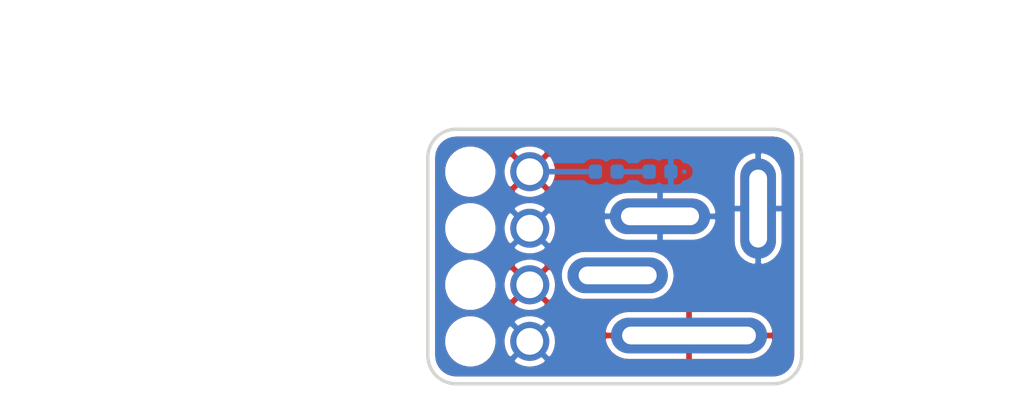
<source format=kicad_pcb>
(kicad_pcb (version 20171130) (host pcbnew "(5.0.2)-1")

  (general
    (thickness 1.6)
    (drawings 17)
    (tracks 5)
    (zones 0)
    (modules 9)
    (nets 4)
  )

  (page A4)
  (layers
    (0 F.Cu signal)
    (31 B.Cu signal)
    (32 B.Adhes user)
    (33 F.Adhes user)
    (34 B.Paste user)
    (35 F.Paste user)
    (36 B.SilkS user)
    (37 F.SilkS user)
    (38 B.Mask user)
    (39 F.Mask user)
    (40 Dwgs.User user)
    (41 Cmts.User user)
    (42 Eco1.User user)
    (43 Eco2.User user)
    (44 Edge.Cuts user)
    (45 Margin user)
    (46 B.CrtYd user)
    (47 F.CrtYd user)
    (48 B.Fab user)
    (49 F.Fab user)
  )

  (setup
    (last_trace_width 0.25)
    (trace_clearance 0.1524)
    (zone_clearance 0.254)
    (zone_45_only no)
    (trace_min 0.2)
    (segment_width 0.2)
    (edge_width 0.15)
    (via_size 0.8)
    (via_drill 0.4)
    (via_min_size 0.4)
    (via_min_drill 0.3)
    (uvia_size 0.3)
    (uvia_drill 0.1)
    (uvias_allowed no)
    (uvia_min_size 0.2)
    (uvia_min_drill 0.1)
    (pcb_text_width 0.3)
    (pcb_text_size 1.5 1.5)
    (mod_edge_width 0.15)
    (mod_text_size 1 1)
    (mod_text_width 0.15)
    (pad_size 0.59 0.64)
    (pad_drill 0)
    (pad_to_mask_clearance 0.0508)
    (solder_mask_min_width 0.0508)
    (aux_axis_origin 0 0)
    (visible_elements 7FFFFFFF)
    (pcbplotparams
      (layerselection 0x010fc_ffffffff)
      (usegerberextensions false)
      (usegerberattributes false)
      (usegerberadvancedattributes false)
      (creategerberjobfile false)
      (excludeedgelayer true)
      (linewidth 0.050000)
      (plotframeref false)
      (viasonmask false)
      (mode 1)
      (useauxorigin false)
      (hpglpennumber 1)
      (hpglpenspeed 20)
      (hpglpendiameter 15.000000)
      (psnegative false)
      (psa4output false)
      (plotreference true)
      (plotvalue true)
      (plotinvisibletext false)
      (padsonsilk false)
      (subtractmaskfromsilk false)
      (outputformat 1)
      (mirror false)
      (drillshape 1)
      (scaleselection 1)
      (outputdirectory ""))
  )

  (net 0 "")
  (net 1 "Net-(J1-Pad3)")
  (net 2 /DC+)
  (net 3 /DC-)

  (net_class Default "This is the default net class."
    (clearance 0.1524)
    (trace_width 0.25)
    (via_dia 0.8)
    (via_drill 0.4)
    (uvia_dia 0.3)
    (uvia_drill 0.1)
    (add_net /DC+)
    (add_net /DC-)
    (add_net "Net-(J1-Pad3)")
  )

  (module LED_SMD:LED_0402_1005Metric (layer B.Cu) (tedit 5C5956A7) (tstamp 5C58C000)
    (at 150.876 93.726 180)
    (descr "LED SMD 0402 (1005 Metric), square (rectangular) end terminal, IPC_7351 nominal, (Body size source: http://www.tortai-tech.com/upload/download/2011102023233369053.pdf), generated with kicad-footprint-generator")
    (tags LED)
    (attr smd)
    (fp_text reference REF** (at 0 1.17 180) (layer B.SilkS) hide
      (effects (font (size 1 1) (thickness 0.15)) (justify mirror))
    )
    (fp_text value LED_0402_1005Metric (at 0 -1.17 180) (layer B.Fab)
      (effects (font (size 0.5 0.5) (thickness 0.05)) (justify mirror))
    )
    (fp_text user %R (at 0 0 180) (layer B.Fab)
      (effects (font (size 0.25 0.25) (thickness 0.04)) (justify mirror))
    )
    (fp_line (start 0.93 -0.47) (end -0.93 -0.47) (layer B.CrtYd) (width 0.05))
    (fp_line (start 0.93 0.47) (end 0.93 -0.47) (layer B.CrtYd) (width 0.05))
    (fp_line (start -0.93 0.47) (end 0.93 0.47) (layer B.CrtYd) (width 0.05))
    (fp_line (start -0.93 -0.47) (end -0.93 0.47) (layer B.CrtYd) (width 0.05))
    (fp_line (start -0.3 -0.25) (end -0.3 0.25) (layer B.Fab) (width 0.1))
    (fp_line (start -0.4 -0.25) (end -0.4 0.25) (layer B.Fab) (width 0.1))
    (fp_line (start 0.5 -0.25) (end -0.5 -0.25) (layer B.Fab) (width 0.1))
    (fp_line (start 0.5 0.25) (end 0.5 -0.25) (layer B.Fab) (width 0.1))
    (fp_line (start -0.5 0.25) (end 0.5 0.25) (layer B.Fab) (width 0.1))
    (fp_line (start -0.5 -0.25) (end -0.5 0.25) (layer B.Fab) (width 0.1))
    (fp_circle (center -1.09 0) (end -1.04 0) (layer B.Cu) (width 0.1))
    (pad 2 smd roundrect (at 0.485 0 180) (size 0.59 0.64) (layers B.Cu B.Paste B.Mask) (roundrect_rratio 0.25))
    (pad 1 smd roundrect (at -0.485 0 180) (size 0.59 0.64) (layers B.Cu B.Paste B.Mask) (roundrect_rratio 0.25)
      (net 3 /DC-))
    (model ${KISYS3DMOD}/LED_SMD.3dshapes/LED_0402_1005Metric.wrl
      (at (xyz 0 0 0))
      (scale (xyz 1 1 1))
      (rotate (xyz 0 0 0))
    )
  )

  (module SA_Resistors_SMD:R_0402_1005M (layer B.Cu) (tedit 5C58BD82) (tstamp 5C58BEAC)
    (at 148.463 93.726)
    (descr "Resistor SMD 0402 (1005 Metric), square (rectangular) end terminal, IPC_7351 nominal, (Body size source: http://www.tortai-tech.com/upload/download/2011102023233369053.pdf), generated with kicad-footprint-generator")
    (tags resistor)
    (attr smd)
    (fp_text reference REF** (at 0 0.87) (layer B.SilkS) hide
      (effects (font (size 0.6 0.6) (thickness 0.127)) (justify mirror))
    )
    (fp_text value R_0402_1005M (at 0 -0.7) (layer B.Fab)
      (effects (font (size 0.3 0.3) (thickness 0.03)) (justify mirror))
    )
    (fp_text user %R (at 0 0) (layer B.Fab)
      (effects (font (size 0.25 0.25) (thickness 0.04)) (justify mirror))
    )
    (fp_line (start 0.93 -0.47) (end -0.93 -0.47) (layer B.CrtYd) (width 0.05))
    (fp_line (start 0.93 0.47) (end 0.93 -0.47) (layer B.CrtYd) (width 0.05))
    (fp_line (start -0.93 0.47) (end 0.93 0.47) (layer B.CrtYd) (width 0.05))
    (fp_line (start -0.93 -0.47) (end -0.93 0.47) (layer B.CrtYd) (width 0.05))
    (fp_line (start 0.5 -0.25) (end -0.5 -0.25) (layer B.Fab) (width 0.1))
    (fp_line (start 0.5 0.25) (end 0.5 -0.25) (layer B.Fab) (width 0.1))
    (fp_line (start -0.5 0.25) (end 0.5 0.25) (layer B.Fab) (width 0.1))
    (fp_line (start -0.5 -0.25) (end -0.5 0.25) (layer B.Fab) (width 0.1))
    (pad 2 smd roundrect (at 0.485 0) (size 0.59 0.64) (layers B.Cu B.Paste B.Mask) (roundrect_rratio 0.25))
    (pad 1 smd roundrect (at -0.485 0) (size 0.59 0.64) (layers B.Cu B.Paste B.Mask) (roundrect_rratio 0.25)
      (net 2 /DC+))
    (model ${KISYS3DMOD}/Resistor_SMD.3dshapes/R_0402_1005Metric.wrl
      (at (xyz 0 0 0))
      (scale (xyz 1 1 1))
      (rotate (xyz 0 0 0))
    )
  )

  (module SA_Connectors_Wire:NPTH_1x_2.0mm (layer F.Cu) (tedit 5C58B217) (tstamp 5C584E6B)
    (at 142.367 98.806)
    (fp_text reference REF** (at 0 0.5) (layer F.SilkS) hide
      (effects (font (size 0.5 0.5) (thickness 0.05)))
    )
    (fp_text value NPTH_1x_2.0mm (at 0 -0.5) (layer F.Fab) hide
      (effects (font (size 0.5 0.5) (thickness 0.05)))
    )
    (pad "" np_thru_hole circle (at 0 0) (size 1.75 1.75) (drill 1.75) (layers *.Cu *.Mask))
  )

  (module SA_Connectors_Wire:NPTH_1x_2.0mm (layer F.Cu) (tedit 5C58B222) (tstamp 5C584E63)
    (at 142.367 101.346)
    (fp_text reference REF** (at 0 0.5) (layer F.SilkS) hide
      (effects (font (size 0.5 0.5) (thickness 0.05)))
    )
    (fp_text value NPTH_1x_2.0mm (at 0 -0.5) (layer F.Fab) hide
      (effects (font (size 0.5 0.5) (thickness 0.05)))
    )
    (pad "" np_thru_hole circle (at 0 0) (size 1.75 1.75) (drill 1.75) (layers *.Cu *.Mask))
  )

  (module SA_Connectors_Wire:NPTH_1x_2.0mm (layer F.Cu) (tedit 5C58B207) (tstamp 5C584E5B)
    (at 142.367 96.266)
    (fp_text reference REF** (at 0 0.5) (layer F.SilkS) hide
      (effects (font (size 0.5 0.5) (thickness 0.05)))
    )
    (fp_text value NPTH_1x_2.0mm (at 0 -0.5) (layer F.Fab) hide
      (effects (font (size 0.5 0.5) (thickness 0.05)))
    )
    (pad "" np_thru_hole circle (at 0 0) (size 1.75 1.75) (drill 1.75) (layers *.Cu *.Mask))
  )

  (module SA_Connectors_Wire:Wire_Pad_2x_1.0mm_Hole_1.5_Annular_2.54mm_Pitch (layer F.Cu) (tedit 5C592BC8) (tstamp 5C6175B7)
    (at 145.034 100.076 90)
    (path /5C584E3D)
    (fp_text reference J3 (at 0 0.5 90) (layer F.SilkS) hide
      (effects (font (size 0.5 0.5) (thickness 0.05)))
    )
    (fp_text value Wire_Pad_2x (at 0 -0.5 90) (layer F.Fab) hide
      (effects (font (size 0.5 0.5) (thickness 0.05)))
    )
    (pad 2 thru_hole circle (at 1.27 0 90) (size 1.75 1.75) (drill 1.2) (layers *.Cu *.Mask)
      (net 2 /DC+))
    (pad 1 thru_hole circle (at -1.27 0 90) (size 1.75 1.75) (drill 1.2) (layers *.Cu *.Mask)
      (net 3 /DC-))
  )

  (module SA_Connectors_Wire:Wire_Pad_2x_1.0mm_Hole_1.5_Annular_2.54mm_Pitch (layer F.Cu) (tedit 5C592BB3) (tstamp 5C6175B2)
    (at 145.034 94.996 90)
    (path /5C584E0A)
    (fp_text reference J2 (at 0 0.5 90) (layer F.SilkS) hide
      (effects (font (size 0.5 0.5) (thickness 0.05)))
    )
    (fp_text value Wire_Pad_2x (at 0 -0.5 90) (layer F.Fab) hide
      (effects (font (size 0.5 0.5) (thickness 0.05)))
    )
    (pad 1 thru_hole circle (at -1.27 0 90) (size 1.75 1.75) (drill 1.2) (layers *.Cu *.Mask)
      (net 3 /DC-))
    (pad 2 thru_hole circle (at 1.27 0 90) (size 1.75 1.75) (drill 1.2) (layers *.Cu *.Mask)
      (net 2 /DC+))
  )

  (module SA_Jacks_DC:Lumberg_Combined_Bottom (layer F.Cu) (tedit 5C592BDE) (tstamp 5C5DC710)
    (at 150.876 97.282)
    (descr $KICAD_MYGITHUBDATASHEETS$\Connectors_Jacks_DC\A-2237.pdf)
    (path /5C583F15)
    (fp_text reference J1 (at 0 5) (layer F.SilkS) hide
      (effects (font (size 1 1) (thickness 0.15)))
    )
    (fp_text value Lumberg_NEB_J_21_C (at 0 6.5) (layer F.Fab) hide
      (effects (font (size 0.5 0.5) (thickness 0.05)))
    )
    (fp_line (start 0 0) (end -0.5 0.5) (layer F.CrtYd) (width 0.12))
    (fp_line (start -0.5 -0.5) (end 0.5 0.5) (layer F.CrtYd) (width 0.12))
    (fp_line (start 0 0) (end 0.5 -0.5) (layer F.CrtYd) (width 0.12))
    (fp_line (start 0 -2) (end 0.5 -2.5) (layer F.CrtYd) (width 0.12))
    (fp_line (start 0.5 -1.5) (end 0 -2) (layer F.CrtYd) (width 0.12))
    (fp_line (start 0 -2) (end 0.5 -1.5) (layer F.CrtYd) (width 0.12))
    (fp_line (start -0.5 -1.5) (end 0 -2) (layer F.CrtYd) (width 0.12))
    (fp_line (start 0 -2) (end -0.5 -1.5) (layer F.CrtYd) (width 0.12))
    (fp_line (start -0.5 -2.5) (end 0 -2) (layer F.CrtYd) (width 0.12))
    (fp_line (start 0 -2) (end -0.5 -2.5) (layer F.CrtYd) (width 0.12))
    (fp_circle (center 0 -2) (end 0 -5.15) (layer F.CrtYd) (width 0.12))
    (fp_circle (center 0 0) (end -7 0) (layer F.CrtYd) (width 0.12))
    (pad 3 thru_hole oval (at -1.9 1.1) (size 4.5 1.6) (drill oval 3.5 0.8) (layers *.Cu *.Mask)
      (net 1 "Net-(J1-Pad3)"))
    (pad 2 thru_hole oval (at 1.3 3.8) (size 7 1.6) (drill oval 6 0.8) (layers *.Cu *.Mask)
      (net 2 /DC+))
    (pad 1 thru_hole oval (at 4.4 -1.9) (size 1.6 4.5) (drill oval 0.8 3.5) (layers *.Cu *.Mask)
      (net 3 /DC-))
    (pad 1 thru_hole oval (at 0 -1.55) (size 4.5 1.6) (drill oval 3.5 0.8) (layers *.Cu *.Mask)
      (net 3 /DC-))
    (model ${SA_LIB_3DSHAPES}/Lumberg_1614_09/Lumberg_1614_09_Bottom_Combined.step
      (at (xyz 0 0 0))
      (scale (xyz 1 1 1))
      (rotate (xyz 0 0 0))
    )
    (model ${SA_LIB_3DSHAPES}/Lumberg_NEB_J_21_C/Lumberg_NEB_J_21_C_Bottom.step
      (at (xyz 0 0 0))
      (scale (xyz 1 1 1))
      (rotate (xyz 0 0 0))
    )
  )

  (module SA_Connectors_Wire:NPTH_1x_2.0mm (layer F.Cu) (tedit 5C58B1FD) (tstamp 5C584E55)
    (at 142.367 93.726)
    (fp_text reference REF** (at 0 0.5) (layer F.SilkS) hide
      (effects (font (size 0.5 0.5) (thickness 0.05)))
    )
    (fp_text value NPTH_1x_2.0mm (at 0 -0.5) (layer F.Fab) hide
      (effects (font (size 0.5 0.5) (thickness 0.05)))
    )
    (pad "" np_thru_hole circle (at 0 0) (size 1.75 1.75) (drill 1.75) (layers *.Cu *.Mask))
  )

  (dimension 11.430706 (width 0.3) (layer F.Fab)
    (gr_text "11.431 mm" (at 161.672093 97.471782 270.6365936) (layer F.Fab)
      (effects (font (size 1.5 1.5) (thickness 0.3)))
    )
    (feature1 (pts (xy 155.956 103.251) (xy 160.222107 103.203599)))
    (feature2 (pts (xy 155.829 91.821) (xy 160.095107 91.773599)))
    (crossbar (pts (xy 159.508723 91.780114) (xy 159.635723 103.210114)))
    (arrow1a (pts (xy 159.635723 103.210114) (xy 159.036823 102.090195)))
    (arrow1b (pts (xy 159.635723 103.210114) (xy 160.209592 102.077164)))
    (arrow2a (pts (xy 159.508723 91.780114) (xy 158.934854 92.913064)))
    (arrow2b (pts (xy 159.508723 91.780114) (xy 160.107623 92.900033)))
  )
  (dimension 16.764481 (width 0.3) (layer F.Fab)
    (gr_text "16.764 mm" (at 148.888742 87.121627 359.5659494) (layer F.Fab)
      (effects (font (size 1.5 1.5) (thickness 0.3)))
    )
    (feature1 (pts (xy 157.226 93.091) (xy 157.259275 88.698663)))
    (feature2 (pts (xy 140.462 92.964) (xy 140.495275 88.571663)))
    (crossbar (pts (xy 140.490833 89.158067) (xy 157.254833 89.285067)))
    (arrow1a (pts (xy 157.254833 89.285067) (xy 156.123919 89.862937)))
    (arrow1b (pts (xy 157.254833 89.285067) (xy 156.132804 88.690129)))
    (arrow2a (pts (xy 140.490833 89.158067) (xy 141.612862 89.753005)))
    (arrow2b (pts (xy 140.490833 89.158067) (xy 141.621747 88.580197)))
  )
  (gr_text "1.75mm NPTH\n1.20mm PTH" (at 129.54 97.028) (layer F.Fab)
    (effects (font (size 1.5 1.5) (thickness 0.3)))
  )
  (gr_line (start 147.066 101.219) (end 147.066 101.473) (layer F.Mask) (width 0.127) (tstamp 5C617E67))
  (gr_line (start 146.685 100.965) (end 146.685 101.727) (layer F.Mask) (width 0.127) (tstamp 5C617E3D))
  (gr_line (start 146.304 95.504) (end 146.304 97.028) (layer F.Mask) (width 0.127) (tstamp 5C617DFD))
  (gr_line (start 147.066 96.139) (end 147.066 96.393) (layer F.Mask) (width 0.127) (tstamp 5C617D57))
  (gr_line (start 146.685 95.885) (end 146.685 96.647) (layer F.Mask) (width 0.127) (tstamp 5C617D2B))
  (gr_line (start 146.304 100.584) (end 146.304 102.108) (layer F.Mask) (width 0.127))
  (gr_line (start 141.732 103.251) (end 155.956 103.251) (layer Edge.Cuts) (width 0.15))
  (gr_line (start 140.462 93.091) (end 140.462 101.981) (layer Edge.Cuts) (width 0.15))
  (gr_line (start 155.956 91.821) (end 141.732 91.821) (layer Edge.Cuts) (width 0.15))
  (gr_line (start 157.226 101.981) (end 157.226 93.091) (layer Edge.Cuts) (width 0.15))
  (gr_arc (start 155.956 93.091) (end 157.226 93.091) (angle -90) (layer Edge.Cuts) (width 0.15) (tstamp 5C5DC833))
  (gr_arc (start 155.956 101.981) (end 155.956 103.251) (angle -90) (layer Edge.Cuts) (width 0.15) (tstamp 5C5DC830))
  (gr_arc (start 141.732 101.981) (end 140.462 101.981) (angle -90) (layer Edge.Cuts) (width 0.15) (tstamp 5C584EE4))
  (gr_arc (start 141.732 93.091) (end 141.732 91.821) (angle -90) (layer Edge.Cuts) (width 0.15) (tstamp 5C584E8B))

  (segment (start 150.391 93.726) (end 148.948 93.726) (width 0.25) (layer B.Cu) (net 0))
  (segment (start 145.034 93.726) (end 146.304 93.726) (width 0.25) (layer B.Cu) (net 2))
  (segment (start 146.304 93.726) (end 147.978 93.726) (width 0.25) (layer B.Cu) (net 2))
  (segment (start 148.082 95.732) (end 147.574 95.224) (width 0.25) (layer B.Cu) (net 3))
  (segment (start 150.876 95.732) (end 148.082 95.732) (width 0.25) (layer B.Cu) (net 3))

  (zone (net 2) (net_name /DC+) (layer F.Cu) (tstamp 5C585284) (hatch edge 0.508)
    (connect_pads (clearance 0.254))
    (min_thickness 0.254)
    (fill yes (arc_segments 32) (thermal_gap 0.254) (thermal_bridge_width 0.255))
    (polygon
      (pts
        (xy 140.462 91.821) (xy 140.462 103.251) (xy 157.226 103.251) (xy 157.226 91.821)
      )
    )
    (filled_polygon
      (pts
        (xy 156.113685 92.294648) (xy 156.265355 92.340441) (xy 156.405251 92.414824) (xy 156.528032 92.514962) (xy 156.629025 92.637041)
        (xy 156.70438 92.776407) (xy 156.751233 92.927765) (xy 156.770001 93.106335) (xy 156.77 101.958695) (xy 156.752352 102.138685)
        (xy 156.706559 102.290355) (xy 156.632175 102.430252) (xy 156.532038 102.553033) (xy 156.409961 102.654023) (xy 156.270593 102.72938)
        (xy 156.119235 102.776233) (xy 155.940674 102.795) (xy 141.754305 102.795) (xy 141.574315 102.777352) (xy 141.422645 102.731559)
        (xy 141.282748 102.657175) (xy 141.159967 102.557038) (xy 141.058977 102.434961) (xy 140.98362 102.295593) (xy 140.936767 102.144235)
        (xy 140.918 101.965674) (xy 140.918 101.222295) (xy 141.111 101.222295) (xy 141.111 101.469705) (xy 141.159268 101.712362)
        (xy 141.253947 101.940939) (xy 141.391401 102.146653) (xy 141.566347 102.321599) (xy 141.772061 102.459053) (xy 142.000638 102.553732)
        (xy 142.243295 102.602) (xy 142.490705 102.602) (xy 142.733362 102.553732) (xy 142.961939 102.459053) (xy 143.167653 102.321599)
        (xy 143.342599 102.146653) (xy 143.480053 101.940939) (xy 143.574732 101.712362) (xy 143.623 101.469705) (xy 143.623 101.222295)
        (xy 143.778 101.222295) (xy 143.778 101.469705) (xy 143.826268 101.712362) (xy 143.920947 101.940939) (xy 144.058401 102.146653)
        (xy 144.233347 102.321599) (xy 144.439061 102.459053) (xy 144.667638 102.553732) (xy 144.910295 102.602) (xy 145.157705 102.602)
        (xy 145.400362 102.553732) (xy 145.628939 102.459053) (xy 145.834653 102.321599) (xy 146.009599 102.146653) (xy 146.147053 101.940939)
        (xy 146.241732 101.712362) (xy 146.29 101.469705) (xy 146.29 101.267243) (xy 148.309618 101.267243) (xy 148.317594 101.311911)
        (xy 148.384706 101.533487) (xy 148.493756 101.737713) (xy 148.640553 101.91674) (xy 148.819456 102.063688) (xy 149.023589 102.172911)
        (xy 149.245108 102.24021) (xy 149.4755 102.263) (xy 152.1755 102.263) (xy 152.1755 101.0825) (xy 152.1765 101.0825)
        (xy 152.1765 102.263) (xy 154.8765 102.263) (xy 155.106892 102.24021) (xy 155.328411 102.172911) (xy 155.532544 102.063688)
        (xy 155.711447 101.91674) (xy 155.858244 101.737713) (xy 155.967294 101.533487) (xy 156.034406 101.311911) (xy 156.042382 101.267243)
        (xy 155.96175 101.0825) (xy 152.1765 101.0825) (xy 152.1755 101.0825) (xy 148.39025 101.0825) (xy 148.309618 101.267243)
        (xy 146.29 101.267243) (xy 146.29 101.222295) (xy 146.241732 100.979638) (xy 146.207402 100.896757) (xy 148.309618 100.896757)
        (xy 148.39025 101.0815) (xy 152.1755 101.0815) (xy 152.1755 99.901) (xy 152.1765 99.901) (xy 152.1765 101.0815)
        (xy 155.96175 101.0815) (xy 156.042382 100.896757) (xy 156.034406 100.852089) (xy 155.967294 100.630513) (xy 155.858244 100.426287)
        (xy 155.711447 100.24726) (xy 155.532544 100.100312) (xy 155.328411 99.991089) (xy 155.106892 99.92379) (xy 154.8765 99.901)
        (xy 152.1765 99.901) (xy 152.1755 99.901) (xy 149.4755 99.901) (xy 149.245108 99.92379) (xy 149.023589 99.991089)
        (xy 148.819456 100.100312) (xy 148.640553 100.24726) (xy 148.493756 100.426287) (xy 148.384706 100.630513) (xy 148.317594 100.852089)
        (xy 148.309618 100.896757) (xy 146.207402 100.896757) (xy 146.147053 100.751061) (xy 146.009599 100.545347) (xy 145.834653 100.370401)
        (xy 145.628939 100.232947) (xy 145.400362 100.138268) (xy 145.157705 100.09) (xy 144.910295 100.09) (xy 144.667638 100.138268)
        (xy 144.439061 100.232947) (xy 144.233347 100.370401) (xy 144.058401 100.545347) (xy 143.920947 100.751061) (xy 143.826268 100.979638)
        (xy 143.778 101.222295) (xy 143.623 101.222295) (xy 143.574732 100.979638) (xy 143.480053 100.751061) (xy 143.342599 100.545347)
        (xy 143.167653 100.370401) (xy 142.961939 100.232947) (xy 142.733362 100.138268) (xy 142.490705 100.09) (xy 142.243295 100.09)
        (xy 142.000638 100.138268) (xy 141.772061 100.232947) (xy 141.566347 100.370401) (xy 141.391401 100.545347) (xy 141.253947 100.751061)
        (xy 141.159268 100.979638) (xy 141.111 101.222295) (xy 140.918 101.222295) (xy 140.918 98.682295) (xy 141.111 98.682295)
        (xy 141.111 98.929705) (xy 141.159268 99.172362) (xy 141.253947 99.400939) (xy 141.391401 99.606653) (xy 141.566347 99.781599)
        (xy 141.772061 99.919053) (xy 142.000638 100.013732) (xy 142.243295 100.062) (xy 142.490705 100.062) (xy 142.733362 100.013732)
        (xy 142.961939 99.919053) (xy 143.167653 99.781599) (xy 143.317827 99.631425) (xy 144.209282 99.631425) (xy 144.292574 99.827336)
        (xy 144.506073 99.952356) (xy 144.739859 100.033322) (xy 144.984949 100.067124) (xy 145.231925 100.052461) (xy 145.471295 99.989898)
        (xy 145.693859 99.881838) (xy 145.775426 99.827336) (xy 145.858718 99.631425) (xy 145.034 98.806707) (xy 144.209282 99.631425)
        (xy 143.317827 99.631425) (xy 143.342599 99.606653) (xy 143.480053 99.400939) (xy 143.574732 99.172362) (xy 143.623 98.929705)
        (xy 143.623 98.756949) (xy 143.772876 98.756949) (xy 143.787539 99.003925) (xy 143.850102 99.243295) (xy 143.958162 99.465859)
        (xy 144.012664 99.547426) (xy 144.208575 99.630718) (xy 145.033293 98.806) (xy 145.034707 98.806) (xy 145.859425 99.630718)
        (xy 146.055336 99.547426) (xy 146.180356 99.333927) (xy 146.261322 99.100141) (xy 146.295124 98.855051) (xy 146.280461 98.608075)
        (xy 146.221373 98.382) (xy 146.339286 98.382) (xy 146.362088 98.613516) (xy 146.429619 98.836136) (xy 146.539283 99.041303)
        (xy 146.686866 99.221134) (xy 146.866697 99.368717) (xy 147.071864 99.478381) (xy 147.294484 99.545912) (xy 147.467984 99.563)
        (xy 150.484016 99.563) (xy 150.657516 99.545912) (xy 150.880136 99.478381) (xy 151.085303 99.368717) (xy 151.265134 99.221134)
        (xy 151.412717 99.041303) (xy 151.522381 98.836136) (xy 151.589912 98.613516) (xy 151.612714 98.382) (xy 151.589912 98.150484)
        (xy 151.522381 97.927864) (xy 151.412717 97.722697) (xy 151.265134 97.542866) (xy 151.085303 97.395283) (xy 150.880136 97.285619)
        (xy 150.657516 97.218088) (xy 150.484016 97.201) (xy 147.467984 97.201) (xy 147.294484 97.218088) (xy 147.071864 97.285619)
        (xy 146.866697 97.395283) (xy 146.686866 97.542866) (xy 146.539283 97.722697) (xy 146.429619 97.927864) (xy 146.362088 98.150484)
        (xy 146.339286 98.382) (xy 146.221373 98.382) (xy 146.217898 98.368705) (xy 146.109838 98.146141) (xy 146.055336 98.064574)
        (xy 145.859425 97.981282) (xy 145.034707 98.806) (xy 145.033293 98.806) (xy 144.208575 97.981282) (xy 144.012664 98.064574)
        (xy 143.887644 98.278073) (xy 143.806678 98.511859) (xy 143.772876 98.756949) (xy 143.623 98.756949) (xy 143.623 98.682295)
        (xy 143.574732 98.439638) (xy 143.480053 98.211061) (xy 143.342599 98.005347) (xy 143.317827 97.980575) (xy 144.209282 97.980575)
        (xy 145.034 98.805293) (xy 145.858718 97.980575) (xy 145.775426 97.784664) (xy 145.561927 97.659644) (xy 145.328141 97.578678)
        (xy 145.083051 97.544876) (xy 144.836075 97.559539) (xy 144.596705 97.622102) (xy 144.374141 97.730162) (xy 144.292574 97.784664)
        (xy 144.209282 97.980575) (xy 143.317827 97.980575) (xy 143.167653 97.830401) (xy 142.961939 97.692947) (xy 142.733362 97.598268)
        (xy 142.490705 97.55) (xy 142.243295 97.55) (xy 142.000638 97.598268) (xy 141.772061 97.692947) (xy 141.566347 97.830401)
        (xy 141.391401 98.005347) (xy 141.253947 98.211061) (xy 141.159268 98.439638) (xy 141.111 98.682295) (xy 140.918 98.682295)
        (xy 140.918 96.142295) (xy 141.111 96.142295) (xy 141.111 96.389705) (xy 141.159268 96.632362) (xy 141.253947 96.860939)
        (xy 141.391401 97.066653) (xy 141.566347 97.241599) (xy 141.772061 97.379053) (xy 142.000638 97.473732) (xy 142.243295 97.522)
        (xy 142.490705 97.522) (xy 142.733362 97.473732) (xy 142.961939 97.379053) (xy 143.167653 97.241599) (xy 143.342599 97.066653)
        (xy 143.480053 96.860939) (xy 143.574732 96.632362) (xy 143.623 96.389705) (xy 143.623 96.142295) (xy 143.778 96.142295)
        (xy 143.778 96.389705) (xy 143.826268 96.632362) (xy 143.920947 96.860939) (xy 144.058401 97.066653) (xy 144.233347 97.241599)
        (xy 144.439061 97.379053) (xy 144.667638 97.473732) (xy 144.910295 97.522) (xy 145.157705 97.522) (xy 145.400362 97.473732)
        (xy 145.628939 97.379053) (xy 145.834653 97.241599) (xy 146.009599 97.066653) (xy 146.147053 96.860939) (xy 146.241732 96.632362)
        (xy 146.29 96.389705) (xy 146.29 96.142295) (xy 146.241732 95.899638) (xy 146.172295 95.732) (xy 148.239286 95.732)
        (xy 148.262088 95.963516) (xy 148.329619 96.186136) (xy 148.439283 96.391303) (xy 148.586866 96.571134) (xy 148.766697 96.718717)
        (xy 148.971864 96.828381) (xy 149.194484 96.895912) (xy 149.367984 96.913) (xy 152.384016 96.913) (xy 152.557516 96.895912)
        (xy 152.780136 96.828381) (xy 152.985303 96.718717) (xy 153.165134 96.571134) (xy 153.312717 96.391303) (xy 153.422381 96.186136)
        (xy 153.489912 95.963516) (xy 153.512714 95.732) (xy 153.489912 95.500484) (xy 153.422381 95.277864) (xy 153.312717 95.072697)
        (xy 153.165134 94.892866) (xy 152.985303 94.745283) (xy 152.780136 94.635619) (xy 152.557516 94.568088) (xy 152.384016 94.551)
        (xy 149.367984 94.551) (xy 149.194484 94.568088) (xy 148.971864 94.635619) (xy 148.766697 94.745283) (xy 148.586866 94.892866)
        (xy 148.439283 95.072697) (xy 148.329619 95.277864) (xy 148.262088 95.500484) (xy 148.239286 95.732) (xy 146.172295 95.732)
        (xy 146.147053 95.671061) (xy 146.009599 95.465347) (xy 145.834653 95.290401) (xy 145.628939 95.152947) (xy 145.400362 95.058268)
        (xy 145.157705 95.01) (xy 144.910295 95.01) (xy 144.667638 95.058268) (xy 144.439061 95.152947) (xy 144.233347 95.290401)
        (xy 144.058401 95.465347) (xy 143.920947 95.671061) (xy 143.826268 95.899638) (xy 143.778 96.142295) (xy 143.623 96.142295)
        (xy 143.574732 95.899638) (xy 143.480053 95.671061) (xy 143.342599 95.465347) (xy 143.167653 95.290401) (xy 142.961939 95.152947)
        (xy 142.733362 95.058268) (xy 142.490705 95.01) (xy 142.243295 95.01) (xy 142.000638 95.058268) (xy 141.772061 95.152947)
        (xy 141.566347 95.290401) (xy 141.391401 95.465347) (xy 141.253947 95.671061) (xy 141.159268 95.899638) (xy 141.111 96.142295)
        (xy 140.918 96.142295) (xy 140.918 93.602295) (xy 141.111 93.602295) (xy 141.111 93.849705) (xy 141.159268 94.092362)
        (xy 141.253947 94.320939) (xy 141.391401 94.526653) (xy 141.566347 94.701599) (xy 141.772061 94.839053) (xy 142.000638 94.933732)
        (xy 142.243295 94.982) (xy 142.490705 94.982) (xy 142.733362 94.933732) (xy 142.961939 94.839053) (xy 143.167653 94.701599)
        (xy 143.317827 94.551425) (xy 144.209282 94.551425) (xy 144.292574 94.747336) (xy 144.506073 94.872356) (xy 144.739859 94.953322)
        (xy 144.984949 94.987124) (xy 145.231925 94.972461) (xy 145.471295 94.909898) (xy 145.693859 94.801838) (xy 145.775426 94.747336)
        (xy 145.858718 94.551425) (xy 145.034 93.726707) (xy 144.209282 94.551425) (xy 143.317827 94.551425) (xy 143.342599 94.526653)
        (xy 143.480053 94.320939) (xy 143.574732 94.092362) (xy 143.623 93.849705) (xy 143.623 93.676949) (xy 143.772876 93.676949)
        (xy 143.787539 93.923925) (xy 143.850102 94.163295) (xy 143.958162 94.385859) (xy 144.012664 94.467426) (xy 144.208575 94.550718)
        (xy 145.033293 93.726) (xy 145.034707 93.726) (xy 145.859425 94.550718) (xy 146.055336 94.467426) (xy 146.180356 94.253927)
        (xy 146.261322 94.020141) (xy 146.281479 93.873985) (xy 154.095 93.873985) (xy 154.095001 96.890016) (xy 154.112089 97.063516)
        (xy 154.17962 97.286136) (xy 154.289284 97.491303) (xy 154.436867 97.671134) (xy 154.616698 97.818717) (xy 154.821865 97.928381)
        (xy 155.044485 97.995912) (xy 155.276 98.018714) (xy 155.507516 97.995912) (xy 155.730136 97.928381) (xy 155.935303 97.818717)
        (xy 156.115134 97.671134) (xy 156.262717 97.491303) (xy 156.372381 97.286136) (xy 156.439912 97.063516) (xy 156.457 96.890016)
        (xy 156.457 93.873984) (xy 156.439912 93.700484) (xy 156.372381 93.477864) (xy 156.262717 93.272697) (xy 156.115134 93.092866)
        (xy 155.935302 92.945283) (xy 155.730135 92.835619) (xy 155.507515 92.768088) (xy 155.276 92.745286) (xy 155.044484 92.768088)
        (xy 154.821864 92.835619) (xy 154.616697 92.945283) (xy 154.436866 93.092866) (xy 154.289283 93.272698) (xy 154.179619 93.477865)
        (xy 154.112088 93.700485) (xy 154.095 93.873985) (xy 146.281479 93.873985) (xy 146.295124 93.775051) (xy 146.280461 93.528075)
        (xy 146.217898 93.288705) (xy 146.109838 93.066141) (xy 146.055336 92.984574) (xy 145.859425 92.901282) (xy 145.034707 93.726)
        (xy 145.033293 93.726) (xy 144.208575 92.901282) (xy 144.012664 92.984574) (xy 143.887644 93.198073) (xy 143.806678 93.431859)
        (xy 143.772876 93.676949) (xy 143.623 93.676949) (xy 143.623 93.602295) (xy 143.574732 93.359638) (xy 143.480053 93.131061)
        (xy 143.342599 92.925347) (xy 143.317827 92.900575) (xy 144.209282 92.900575) (xy 145.034 93.725293) (xy 145.858718 92.900575)
        (xy 145.775426 92.704664) (xy 145.561927 92.579644) (xy 145.328141 92.498678) (xy 145.083051 92.464876) (xy 144.836075 92.479539)
        (xy 144.596705 92.542102) (xy 144.374141 92.650162) (xy 144.292574 92.704664) (xy 144.209282 92.900575) (xy 143.317827 92.900575)
        (xy 143.167653 92.750401) (xy 142.961939 92.612947) (xy 142.733362 92.518268) (xy 142.490705 92.47) (xy 142.243295 92.47)
        (xy 142.000638 92.518268) (xy 141.772061 92.612947) (xy 141.566347 92.750401) (xy 141.391401 92.925347) (xy 141.253947 93.131061)
        (xy 141.159268 93.359638) (xy 141.111 93.602295) (xy 140.918 93.602295) (xy 140.918 93.113305) (xy 140.935648 92.933315)
        (xy 140.981441 92.781645) (xy 141.055824 92.641749) (xy 141.155962 92.518968) (xy 141.278041 92.417975) (xy 141.417407 92.34262)
        (xy 141.568765 92.295767) (xy 141.747326 92.277) (xy 155.933695 92.277)
      )
    )
  )
  (zone (net 3) (net_name /DC-) (layer B.Cu) (tstamp 5C5DC871) (hatch edge 0.508)
    (connect_pads (clearance 0.254))
    (min_thickness 0.254)
    (fill yes (arc_segments 32) (thermal_gap 0.254) (thermal_bridge_width 0.255))
    (polygon
      (pts
        (xy 140.462 91.821) (xy 140.462 103.251) (xy 157.226 103.251) (xy 157.226 91.821)
      )
    )
    (filled_polygon
      (pts
        (xy 156.113685 92.294648) (xy 156.265355 92.340441) (xy 156.405251 92.414824) (xy 156.528032 92.514962) (xy 156.629025 92.637041)
        (xy 156.70438 92.776407) (xy 156.751233 92.927765) (xy 156.770001 93.106335) (xy 156.77 101.958695) (xy 156.752352 102.138685)
        (xy 156.706559 102.290355) (xy 156.632175 102.430252) (xy 156.532038 102.553033) (xy 156.409961 102.654023) (xy 156.270593 102.72938)
        (xy 156.119235 102.776233) (xy 155.940674 102.795) (xy 141.754305 102.795) (xy 141.574315 102.777352) (xy 141.422645 102.731559)
        (xy 141.282748 102.657175) (xy 141.159967 102.557038) (xy 141.058977 102.434961) (xy 140.98362 102.295593) (xy 140.936767 102.144235)
        (xy 140.918 101.965674) (xy 140.918 101.222295) (xy 141.111 101.222295) (xy 141.111 101.469705) (xy 141.159268 101.712362)
        (xy 141.253947 101.940939) (xy 141.391401 102.146653) (xy 141.566347 102.321599) (xy 141.772061 102.459053) (xy 142.000638 102.553732)
        (xy 142.243295 102.602) (xy 142.490705 102.602) (xy 142.733362 102.553732) (xy 142.961939 102.459053) (xy 143.167653 102.321599)
        (xy 143.317827 102.171425) (xy 144.209282 102.171425) (xy 144.292574 102.367336) (xy 144.506073 102.492356) (xy 144.739859 102.573322)
        (xy 144.984949 102.607124) (xy 145.231925 102.592461) (xy 145.471295 102.529898) (xy 145.693859 102.421838) (xy 145.775426 102.367336)
        (xy 145.858718 102.171425) (xy 145.034 101.346707) (xy 144.209282 102.171425) (xy 143.317827 102.171425) (xy 143.342599 102.146653)
        (xy 143.480053 101.940939) (xy 143.574732 101.712362) (xy 143.623 101.469705) (xy 143.623 101.296949) (xy 143.772876 101.296949)
        (xy 143.787539 101.543925) (xy 143.850102 101.783295) (xy 143.958162 102.005859) (xy 144.012664 102.087426) (xy 144.208575 102.170718)
        (xy 145.033293 101.346) (xy 145.034707 101.346) (xy 145.859425 102.170718) (xy 146.055336 102.087426) (xy 146.180356 101.873927)
        (xy 146.261322 101.640141) (xy 146.295124 101.395051) (xy 146.280461 101.148075) (xy 146.263192 101.082) (xy 148.289286 101.082)
        (xy 148.312088 101.313516) (xy 148.379619 101.536136) (xy 148.489283 101.741303) (xy 148.636866 101.921134) (xy 148.816697 102.068717)
        (xy 149.021864 102.178381) (xy 149.244484 102.245912) (xy 149.417984 102.263) (xy 154.934016 102.263) (xy 155.107516 102.245912)
        (xy 155.330136 102.178381) (xy 155.535303 102.068717) (xy 155.715134 101.921134) (xy 155.862717 101.741303) (xy 155.972381 101.536136)
        (xy 156.039912 101.313516) (xy 156.062714 101.082) (xy 156.039912 100.850484) (xy 155.972381 100.627864) (xy 155.862717 100.422697)
        (xy 155.715134 100.242866) (xy 155.535303 100.095283) (xy 155.330136 99.985619) (xy 155.107516 99.918088) (xy 154.934016 99.901)
        (xy 149.417984 99.901) (xy 149.244484 99.918088) (xy 149.021864 99.985619) (xy 148.816697 100.095283) (xy 148.636866 100.242866)
        (xy 148.489283 100.422697) (xy 148.379619 100.627864) (xy 148.312088 100.850484) (xy 148.289286 101.082) (xy 146.263192 101.082)
        (xy 146.217898 100.908705) (xy 146.109838 100.686141) (xy 146.055336 100.604574) (xy 145.859425 100.521282) (xy 145.034707 101.346)
        (xy 145.033293 101.346) (xy 144.208575 100.521282) (xy 144.012664 100.604574) (xy 143.887644 100.818073) (xy 143.806678 101.051859)
        (xy 143.772876 101.296949) (xy 143.623 101.296949) (xy 143.623 101.222295) (xy 143.574732 100.979638) (xy 143.480053 100.751061)
        (xy 143.342599 100.545347) (xy 143.317827 100.520575) (xy 144.209282 100.520575) (xy 145.034 101.345293) (xy 145.858718 100.520575)
        (xy 145.775426 100.324664) (xy 145.561927 100.199644) (xy 145.328141 100.118678) (xy 145.083051 100.084876) (xy 144.836075 100.099539)
        (xy 144.596705 100.162102) (xy 144.374141 100.270162) (xy 144.292574 100.324664) (xy 144.209282 100.520575) (xy 143.317827 100.520575)
        (xy 143.167653 100.370401) (xy 142.961939 100.232947) (xy 142.733362 100.138268) (xy 142.490705 100.09) (xy 142.243295 100.09)
        (xy 142.000638 100.138268) (xy 141.772061 100.232947) (xy 141.566347 100.370401) (xy 141.391401 100.545347) (xy 141.253947 100.751061)
        (xy 141.159268 100.979638) (xy 141.111 101.222295) (xy 140.918 101.222295) (xy 140.918 98.682295) (xy 141.111 98.682295)
        (xy 141.111 98.929705) (xy 141.159268 99.172362) (xy 141.253947 99.400939) (xy 141.391401 99.606653) (xy 141.566347 99.781599)
        (xy 141.772061 99.919053) (xy 142.000638 100.013732) (xy 142.243295 100.062) (xy 142.490705 100.062) (xy 142.733362 100.013732)
        (xy 142.961939 99.919053) (xy 143.167653 99.781599) (xy 143.342599 99.606653) (xy 143.480053 99.400939) (xy 143.574732 99.172362)
        (xy 143.623 98.929705) (xy 143.623 98.682295) (xy 143.778 98.682295) (xy 143.778 98.929705) (xy 143.826268 99.172362)
        (xy 143.920947 99.400939) (xy 144.058401 99.606653) (xy 144.233347 99.781599) (xy 144.439061 99.919053) (xy 144.667638 100.013732)
        (xy 144.910295 100.062) (xy 145.157705 100.062) (xy 145.400362 100.013732) (xy 145.628939 99.919053) (xy 145.834653 99.781599)
        (xy 146.009599 99.606653) (xy 146.147053 99.400939) (xy 146.241732 99.172362) (xy 146.29 98.929705) (xy 146.29 98.682295)
        (xy 146.241732 98.439638) (xy 146.217858 98.382) (xy 146.339286 98.382) (xy 146.362088 98.613516) (xy 146.429619 98.836136)
        (xy 146.539283 99.041303) (xy 146.686866 99.221134) (xy 146.866697 99.368717) (xy 147.071864 99.478381) (xy 147.294484 99.545912)
        (xy 147.467984 99.563) (xy 150.484016 99.563) (xy 150.657516 99.545912) (xy 150.880136 99.478381) (xy 151.085303 99.368717)
        (xy 151.265134 99.221134) (xy 151.412717 99.041303) (xy 151.522381 98.836136) (xy 151.589912 98.613516) (xy 151.612714 98.382)
        (xy 151.589912 98.150484) (xy 151.522381 97.927864) (xy 151.412717 97.722697) (xy 151.265134 97.542866) (xy 151.085303 97.395283)
        (xy 150.880136 97.285619) (xy 150.657516 97.218088) (xy 150.484016 97.201) (xy 147.467984 97.201) (xy 147.294484 97.218088)
        (xy 147.071864 97.285619) (xy 146.866697 97.395283) (xy 146.686866 97.542866) (xy 146.539283 97.722697) (xy 146.429619 97.927864)
        (xy 146.362088 98.150484) (xy 146.339286 98.382) (xy 146.217858 98.382) (xy 146.147053 98.211061) (xy 146.009599 98.005347)
        (xy 145.834653 97.830401) (xy 145.628939 97.692947) (xy 145.400362 97.598268) (xy 145.157705 97.55) (xy 144.910295 97.55)
        (xy 144.667638 97.598268) (xy 144.439061 97.692947) (xy 144.233347 97.830401) (xy 144.058401 98.005347) (xy 143.920947 98.211061)
        (xy 143.826268 98.439638) (xy 143.778 98.682295) (xy 143.623 98.682295) (xy 143.574732 98.439638) (xy 143.480053 98.211061)
        (xy 143.342599 98.005347) (xy 143.167653 97.830401) (xy 142.961939 97.692947) (xy 142.733362 97.598268) (xy 142.490705 97.55)
        (xy 142.243295 97.55) (xy 142.000638 97.598268) (xy 141.772061 97.692947) (xy 141.566347 97.830401) (xy 141.391401 98.005347)
        (xy 141.253947 98.211061) (xy 141.159268 98.439638) (xy 141.111 98.682295) (xy 140.918 98.682295) (xy 140.918 96.142295)
        (xy 141.111 96.142295) (xy 141.111 96.389705) (xy 141.159268 96.632362) (xy 141.253947 96.860939) (xy 141.391401 97.066653)
        (xy 141.566347 97.241599) (xy 141.772061 97.379053) (xy 142.000638 97.473732) (xy 142.243295 97.522) (xy 142.490705 97.522)
        (xy 142.733362 97.473732) (xy 142.961939 97.379053) (xy 143.167653 97.241599) (xy 143.317827 97.091425) (xy 144.209282 97.091425)
        (xy 144.292574 97.287336) (xy 144.506073 97.412356) (xy 144.739859 97.493322) (xy 144.984949 97.527124) (xy 145.231925 97.512461)
        (xy 145.471295 97.449898) (xy 145.693859 97.341838) (xy 145.775426 97.287336) (xy 145.858718 97.091425) (xy 145.034 96.266707)
        (xy 144.209282 97.091425) (xy 143.317827 97.091425) (xy 143.342599 97.066653) (xy 143.480053 96.860939) (xy 143.574732 96.632362)
        (xy 143.623 96.389705) (xy 143.623 96.216949) (xy 143.772876 96.216949) (xy 143.787539 96.463925) (xy 143.850102 96.703295)
        (xy 143.958162 96.925859) (xy 144.012664 97.007426) (xy 144.208575 97.090718) (xy 145.033293 96.266) (xy 145.034707 96.266)
        (xy 145.859425 97.090718) (xy 146.055336 97.007426) (xy 146.180356 96.793927) (xy 146.261322 96.560141) (xy 146.295124 96.315051)
        (xy 146.280461 96.068075) (xy 146.241039 95.917243) (xy 148.259618 95.917243) (xy 148.267594 95.961911) (xy 148.334706 96.183487)
        (xy 148.443756 96.387713) (xy 148.590553 96.56674) (xy 148.769456 96.713688) (xy 148.973589 96.822911) (xy 149.195108 96.89021)
        (xy 149.4255 96.913) (xy 150.8755 96.913) (xy 150.8755 95.7325) (xy 150.8765 95.7325) (xy 150.8765 96.913)
        (xy 152.3265 96.913) (xy 152.556892 96.89021) (xy 152.778411 96.822911) (xy 152.982544 96.713688) (xy 153.161447 96.56674)
        (xy 153.308244 96.387713) (xy 153.417294 96.183487) (xy 153.484406 95.961911) (xy 153.492382 95.917243) (xy 153.41175 95.7325)
        (xy 150.8765 95.7325) (xy 150.8755 95.7325) (xy 148.34025 95.7325) (xy 148.259618 95.917243) (xy 146.241039 95.917243)
        (xy 146.217898 95.828705) (xy 146.109838 95.606141) (xy 146.070159 95.546757) (xy 148.259618 95.546757) (xy 148.34025 95.7315)
        (xy 150.8755 95.7315) (xy 150.8755 94.551) (xy 150.8765 94.551) (xy 150.8765 95.7315) (xy 153.41175 95.7315)
        (xy 153.492382 95.546757) (xy 153.484406 95.502089) (xy 153.448185 95.3825) (xy 154.095 95.3825) (xy 154.095 96.8325)
        (xy 154.11779 97.062892) (xy 154.185089 97.284411) (xy 154.294312 97.488544) (xy 154.44126 97.667447) (xy 154.620287 97.814244)
        (xy 154.824513 97.923294) (xy 155.046089 97.990406) (xy 155.090757 97.998382) (xy 155.2755 97.91775) (xy 155.2755 95.3825)
        (xy 155.2765 95.3825) (xy 155.2765 97.91775) (xy 155.461243 97.998382) (xy 155.505911 97.990406) (xy 155.727487 97.923294)
        (xy 155.931713 97.814244) (xy 156.11074 97.667447) (xy 156.257688 97.488544) (xy 156.366911 97.284411) (xy 156.43421 97.062892)
        (xy 156.457 96.8325) (xy 156.457 95.3825) (xy 155.2765 95.3825) (xy 155.2755 95.3825) (xy 154.095 95.3825)
        (xy 153.448185 95.3825) (xy 153.417294 95.280513) (xy 153.308244 95.076287) (xy 153.161447 94.89726) (xy 152.982544 94.750312)
        (xy 152.778411 94.641089) (xy 152.556892 94.57379) (xy 152.3265 94.551) (xy 150.8765 94.551) (xy 150.8755 94.551)
        (xy 149.4255 94.551) (xy 149.195108 94.57379) (xy 148.973589 94.641089) (xy 148.769456 94.750312) (xy 148.590553 94.89726)
        (xy 148.443756 95.076287) (xy 148.334706 95.280513) (xy 148.267594 95.502089) (xy 148.259618 95.546757) (xy 146.070159 95.546757)
        (xy 146.055336 95.524574) (xy 145.859425 95.441282) (xy 145.034707 96.266) (xy 145.033293 96.266) (xy 144.208575 95.441282)
        (xy 144.012664 95.524574) (xy 143.887644 95.738073) (xy 143.806678 95.971859) (xy 143.772876 96.216949) (xy 143.623 96.216949)
        (xy 143.623 96.142295) (xy 143.574732 95.899638) (xy 143.480053 95.671061) (xy 143.342599 95.465347) (xy 143.317827 95.440575)
        (xy 144.209282 95.440575) (xy 145.034 96.265293) (xy 145.858718 95.440575) (xy 145.775426 95.244664) (xy 145.561927 95.119644)
        (xy 145.328141 95.038678) (xy 145.083051 95.004876) (xy 144.836075 95.019539) (xy 144.596705 95.082102) (xy 144.374141 95.190162)
        (xy 144.292574 95.244664) (xy 144.209282 95.440575) (xy 143.317827 95.440575) (xy 143.167653 95.290401) (xy 142.961939 95.152947)
        (xy 142.733362 95.058268) (xy 142.490705 95.01) (xy 142.243295 95.01) (xy 142.000638 95.058268) (xy 141.772061 95.152947)
        (xy 141.566347 95.290401) (xy 141.391401 95.465347) (xy 141.253947 95.671061) (xy 141.159268 95.899638) (xy 141.111 96.142295)
        (xy 140.918 96.142295) (xy 140.918 93.602295) (xy 141.111 93.602295) (xy 141.111 93.849705) (xy 141.159268 94.092362)
        (xy 141.253947 94.320939) (xy 141.391401 94.526653) (xy 141.566347 94.701599) (xy 141.772061 94.839053) (xy 142.000638 94.933732)
        (xy 142.243295 94.982) (xy 142.490705 94.982) (xy 142.733362 94.933732) (xy 142.961939 94.839053) (xy 143.167653 94.701599)
        (xy 143.342599 94.526653) (xy 143.480053 94.320939) (xy 143.574732 94.092362) (xy 143.623 93.849705) (xy 143.623 93.602295)
        (xy 143.778 93.602295) (xy 143.778 93.849705) (xy 143.826268 94.092362) (xy 143.920947 94.320939) (xy 144.058401 94.526653)
        (xy 144.233347 94.701599) (xy 144.439061 94.839053) (xy 144.667638 94.933732) (xy 144.910295 94.982) (xy 145.157705 94.982)
        (xy 145.400362 94.933732) (xy 145.628939 94.839053) (xy 145.834653 94.701599) (xy 146.009599 94.526653) (xy 146.147053 94.320939)
        (xy 146.183892 94.232) (xy 147.421425 94.232) (xy 147.455491 94.273509) (xy 147.535857 94.339464) (xy 147.627547 94.388473)
        (xy 147.727035 94.418653) (xy 147.8305 94.428843) (xy 148.1255 94.428843) (xy 148.228965 94.418653) (xy 148.328453 94.388473)
        (xy 148.420143 94.339464) (xy 148.463 94.304292) (xy 148.505857 94.339464) (xy 148.597547 94.388473) (xy 148.697035 94.418653)
        (xy 148.8005 94.428843) (xy 149.0955 94.428843) (xy 149.198965 94.418653) (xy 149.298453 94.388473) (xy 149.390143 94.339464)
        (xy 149.470509 94.273509) (xy 149.504575 94.232) (xy 149.834425 94.232) (xy 149.868491 94.273509) (xy 149.948857 94.339464)
        (xy 150.040547 94.388473) (xy 150.140035 94.418653) (xy 150.2435 94.428843) (xy 150.5385 94.428843) (xy 150.641965 94.418653)
        (xy 150.741453 94.388473) (xy 150.825518 94.34354) (xy 150.885529 94.383638) (xy 150.954867 94.412358) (xy 151.028475 94.427)
        (xy 151.26525 94.427) (xy 151.3605 94.33175) (xy 151.3605 93.7265) (xy 151.3405 93.7265) (xy 151.3405 93.7255)
        (xy 151.3605 93.7255) (xy 151.3605 93.12025) (xy 151.3615 93.12025) (xy 151.3615 93.7255) (xy 151.3815 93.7255)
        (xy 151.3815 93.7265) (xy 151.3615 93.7265) (xy 151.3615 94.33175) (xy 151.45675 94.427) (xy 151.693525 94.427)
        (xy 151.767133 94.412358) (xy 151.836471 94.383638) (xy 151.898873 94.341942) (xy 151.951942 94.288874) (xy 151.993638 94.226471)
        (xy 151.994418 94.224588) (xy 152.015107 94.224588) (xy 152.111433 94.205427) (xy 152.20217 94.167843) (xy 152.283831 94.113278)
        (xy 152.353278 94.043831) (xy 152.407843 93.96217) (xy 152.420546 93.9315) (xy 154.095 93.9315) (xy 154.095 95.3815)
        (xy 155.2755 95.3815) (xy 155.2755 92.84625) (xy 155.2765 92.84625) (xy 155.2765 95.3815) (xy 156.457 95.3815)
        (xy 156.457 93.9315) (xy 156.43421 93.701108) (xy 156.366911 93.479589) (xy 156.257688 93.275456) (xy 156.11074 93.096553)
        (xy 155.931713 92.949756) (xy 155.727487 92.840706) (xy 155.505911 92.773594) (xy 155.461243 92.765618) (xy 155.2765 92.84625)
        (xy 155.2755 92.84625) (xy 155.090757 92.765618) (xy 155.046089 92.773594) (xy 154.824513 92.840706) (xy 154.620287 92.949756)
        (xy 154.44126 93.096553) (xy 154.294312 93.275456) (xy 154.185089 93.479589) (xy 154.11779 93.701108) (xy 154.095 93.9315)
        (xy 152.420546 93.9315) (xy 152.445427 93.871433) (xy 152.464588 93.775107) (xy 152.464588 93.676893) (xy 152.445427 93.580567)
        (xy 152.407843 93.48983) (xy 152.353278 93.408169) (xy 152.283831 93.338722) (xy 152.20217 93.284157) (xy 152.111433 93.246573)
        (xy 152.015107 93.227412) (xy 151.994418 93.227412) (xy 151.993638 93.225529) (xy 151.951942 93.163126) (xy 151.898873 93.110058)
        (xy 151.836471 93.068362) (xy 151.767133 93.039642) (xy 151.693525 93.025) (xy 151.45675 93.025) (xy 151.3615 93.12025)
        (xy 151.3605 93.12025) (xy 151.26525 93.025) (xy 151.028475 93.025) (xy 150.954867 93.039642) (xy 150.885529 93.068362)
        (xy 150.825518 93.10846) (xy 150.741453 93.063527) (xy 150.641965 93.033347) (xy 150.5385 93.023157) (xy 150.2435 93.023157)
        (xy 150.140035 93.033347) (xy 150.040547 93.063527) (xy 149.948857 93.112536) (xy 149.868491 93.178491) (xy 149.834425 93.22)
        (xy 149.504575 93.22) (xy 149.470509 93.178491) (xy 149.390143 93.112536) (xy 149.298453 93.063527) (xy 149.198965 93.033347)
        (xy 149.0955 93.023157) (xy 148.8005 93.023157) (xy 148.697035 93.033347) (xy 148.597547 93.063527) (xy 148.505857 93.112536)
        (xy 148.463 93.147708) (xy 148.420143 93.112536) (xy 148.328453 93.063527) (xy 148.228965 93.033347) (xy 148.1255 93.023157)
        (xy 147.8305 93.023157) (xy 147.727035 93.033347) (xy 147.627547 93.063527) (xy 147.535857 93.112536) (xy 147.455491 93.178491)
        (xy 147.421425 93.22) (xy 146.183892 93.22) (xy 146.147053 93.131061) (xy 146.009599 92.925347) (xy 145.834653 92.750401)
        (xy 145.628939 92.612947) (xy 145.400362 92.518268) (xy 145.157705 92.47) (xy 144.910295 92.47) (xy 144.667638 92.518268)
        (xy 144.439061 92.612947) (xy 144.233347 92.750401) (xy 144.058401 92.925347) (xy 143.920947 93.131061) (xy 143.826268 93.359638)
        (xy 143.778 93.602295) (xy 143.623 93.602295) (xy 143.574732 93.359638) (xy 143.480053 93.131061) (xy 143.342599 92.925347)
        (xy 143.167653 92.750401) (xy 142.961939 92.612947) (xy 142.733362 92.518268) (xy 142.490705 92.47) (xy 142.243295 92.47)
        (xy 142.000638 92.518268) (xy 141.772061 92.612947) (xy 141.566347 92.750401) (xy 141.391401 92.925347) (xy 141.253947 93.131061)
        (xy 141.159268 93.359638) (xy 141.111 93.602295) (xy 140.918 93.602295) (xy 140.918 93.113305) (xy 140.935648 92.933315)
        (xy 140.981441 92.781645) (xy 141.055824 92.641749) (xy 141.155962 92.518968) (xy 141.278041 92.417975) (xy 141.417407 92.34262)
        (xy 141.568765 92.295767) (xy 141.747326 92.277) (xy 155.933695 92.277)
      )
    )
  )
)

</source>
